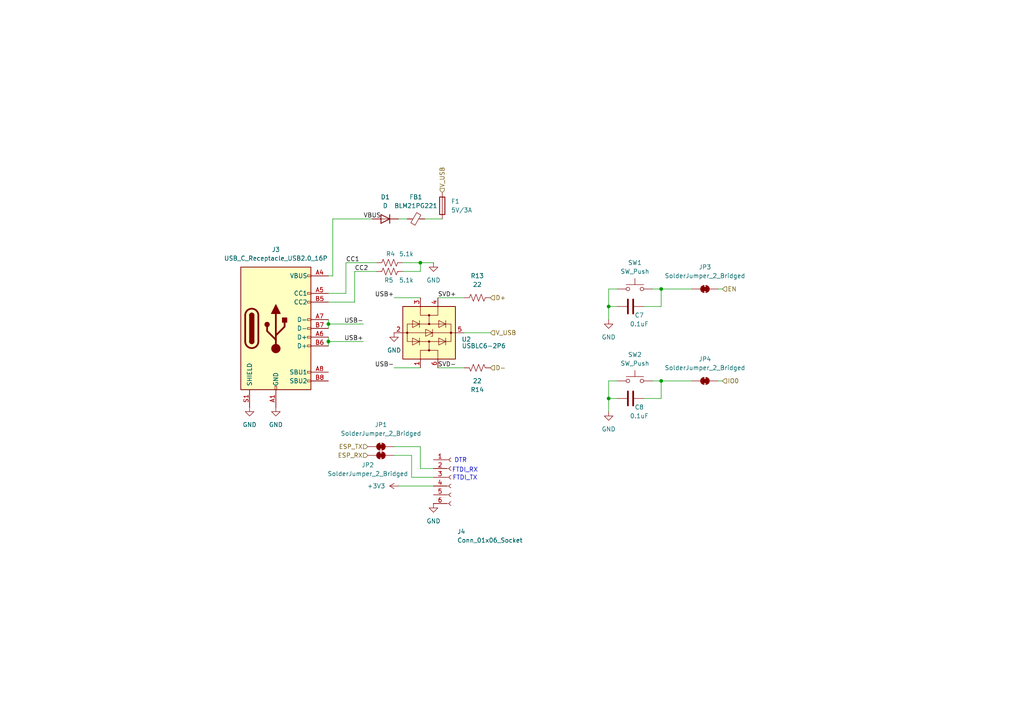
<source format=kicad_sch>
(kicad_sch (version 20250114) (generator "eeschema") (generator_version "9.0")
  (paper "A4")
  (lib_symbols
    (symbol "Connector:Conn_01x06_Socket" (pin_names (offset 1.016) (hide yes))
      (property "Reference" "J" (at 0 7.62 0))
      (property "Value" "Conn_01x06_Socket" (at 0 -10.16 0))
      (symbol "Conn_01x06_Socket_1_1"
        (polyline (pts (xy -1.27 5.08) (xy -0.508 5.08)) (stroke (width 0.1524)))
        (polyline (pts (xy -1.27 2.54) (xy -0.508 2.54)) (stroke (width 0.1524)))
        (polyline (pts (xy -1.27 0) (xy -0.508 0)) (stroke (width 0.1524)))
        (polyline (pts (xy -1.27 -2.54) (xy -0.508 -2.54)) (stroke (width 0.1524)))
        (polyline (pts (xy -1.27 -5.08) (xy -0.508 -5.08)) (stroke (width 0.1524)))
        (polyline (pts (xy -1.27 -7.62) (xy -0.508 -7.62)) (stroke (width 0.1524)))
        (arc (start 0 4.572) (mid -0.5058 5.08) (end 0 5.588) (stroke (width 0.1524)))
        (arc (start 0 2.032) (mid -0.5058 2.54) (end 0 3.048) (stroke (width 0.1524)))
        (arc (start 0 -0.508) (mid -0.5058 0) (end 0 0.508) (stroke (width 0.1524)))
        (arc (start 0 -3.048) (mid -0.5058 -2.54) (end 0 -2.032) (stroke (width 0.1524)))
        (arc (start 0 -5.588) (mid -0.5058 -5.08) (end 0 -4.572) (stroke (width 0.1524)))
        (arc (start 0 -8.128) (mid -0.5058 -7.62) (end 0 -7.112) (stroke (width 0.1524)))
        (pin passive line (at -5.08 5.08 0) (length 3.81) (name "Pin_1") (number "1"))
        (pin passive line (at -5.08 2.54 0) (length 3.81) (name "Pin_2") (number "2"))
        (pin passive line (at -5.08 0 0) (length 3.81) (name "Pin_3") (number "3"))
        (pin passive line (at -5.08 -2.54 0) (length 3.81) (name "Pin_4") (number "4"))
        (pin passive line (at -5.08 -5.08 0) (length 3.81) (name "Pin_5") (number "5"))
        (pin passive line (at -5.08 -7.62 0) (length 3.81) (name "Pin_6") (number "6"))
      )
    )
    (symbol "Connector:USB_C_Receptacle_USB2.0_16P" (pin_names (offset 1.016))
      (property "Reference" "J" (at 0 22.225 0))
      (property "Value" "USB_C_Receptacle_USB2.0_16P" (at 0 19.685 0))
      (symbol "USB_C_Receptacle_USB2.0_16P_0_0"
        (rectangle (start -0.254 -17.78) (end 0.254 -16.764))
        (rectangle (start 10.16 15.494) (end 9.144 14.986))
        (rectangle (start 10.16 10.414) (end 9.144 9.906))
        (rectangle (start 10.16 7.874) (end 9.144 7.366))
        (rectangle (start 10.16 2.794) (end 9.144 2.286))
        (rectangle (start 10.16 0.254) (end 9.144 -0.254))
        (rectangle (start 10.16 -2.286) (end 9.144 -2.794))
        (rectangle (start 10.16 -4.826) (end 9.144 -5.334))
        (rectangle (start 10.16 -12.446) (end 9.144 -12.954))
        (rectangle (start 10.16 -14.986) (end 9.144 -15.494))
      )
      (symbol "USB_C_Receptacle_USB2.0_16P_0_1"
        (rectangle (start -10.16 17.78) (end 10.16 -17.78) (stroke (width 0.254)) (fill (type background)))
        (polyline (pts (xy -8.89 -3.81) (xy -8.89 3.81)) (stroke (width 0.508)))
        (rectangle (start -7.62 -3.81) (end -6.35 3.81) (stroke (width 0.254)) (fill (type outline)))
        (arc (start -7.62 3.81) (mid -6.985 4.4423) (end -6.35 3.81) (stroke (width 0.254)))
        (arc (start -7.62 3.81) (mid -6.985 4.4423) (end -6.35 3.81) (stroke (width 0.254)) (fill (type outline)))
        (arc (start -8.89 3.81) (mid -6.985 5.7067) (end -5.08 3.81) (stroke (width 0.508)))
        (arc (start -5.08 -3.81) (mid -6.985 -5.7067) (end -8.89 -3.81) (stroke (width 0.508)))
        (arc (start -6.35 -3.81) (mid -6.985 -4.4423) (end -7.62 -3.81) (stroke (width 0.254)))
        (arc (start -6.35 -3.81) (mid -6.985 -4.4423) (end -7.62 -3.81) (stroke (width 0.254)) (fill (type outline)))
        (polyline (pts (xy -5.08 3.81) (xy -5.08 -3.81)) (stroke (width 0.508)))
        (circle (center -2.54 1.143) (radius 0.635) (stroke (width 0.254)) (fill (type outline)))
        (polyline (pts (xy -1.27 4.318) (xy 0 6.858) (xy 1.27 4.318) (xy -1.27 4.318)) (stroke (width 0.254)) (fill (type outline)))
        (polyline (pts (xy 0 -2.032) (xy 2.54 0.508) (xy 2.54 1.778)) (stroke (width 0.508)))
        (polyline (pts (xy 0 -3.302) (xy -2.54 -0.762) (xy -2.54 0.508)) (stroke (width 0.508)))
        (polyline (pts (xy 0 -5.842) (xy 0 4.318)) (stroke (width 0.508)))
        (circle (center 0 -5.842) (radius 1.27) (fill (type outline)))
        (rectangle (start 1.905 1.778) (end 3.175 3.048) (stroke (width 0.254)) (fill (type outline)))
      )
      (symbol "USB_C_Receptacle_USB2.0_16P_1_1"
        (pin passive line (at -7.62 -22.86 90) (length 5.08) (name "SHIELD") (number "S1"))
        (pin passive line (at 0 -22.86 90) (length 5.08) (name "GND") (number "A1"))
        (pin passive line (at 0 -22.86 90) (length 5.08) (hide yes) (name "GND") (number "A12"))
        (pin passive line (at 0 -22.86 90) (length 5.08) (hide yes) (name "GND") (number "B1"))
        (pin passive line (at 0 -22.86 90) (length 5.08) (hide yes) (name "GND") (number "B12"))
        (pin passive line (at 15.24 15.24 180) (length 5.08) (name "VBUS") (number "A4"))
        (pin passive line (at 15.24 15.24 180) (length 5.08) (hide yes) (name "VBUS") (number "A9"))
        (pin passive line (at 15.24 15.24 180) (length 5.08) (hide yes) (name "VBUS") (number "B4"))
        (pin passive line (at 15.24 15.24 180) (length 5.08) (hide yes) (name "VBUS") (number "B9"))
        (pin bidirectional line (at 15.24 10.16 180) (length 5.08) (name "CC1") (number "A5"))
        (pin bidirectional line (at 15.24 7.62 180) (length 5.08) (name "CC2") (number "B5"))
        (pin bidirectional line (at 15.24 2.54 180) (length 5.08) (name "D-") (number "A7"))
        (pin bidirectional line (at 15.24 0 180) (length 5.08) (name "D-") (number "B7"))
        (pin bidirectional line (at 15.24 -2.54 180) (length 5.08) (name "D+") (number "A6"))
        (pin bidirectional line (at 15.24 -5.08 180) (length 5.08) (name "D+") (number "B6"))
        (pin bidirectional line (at 15.24 -12.7 180) (length 5.08) (name "SBU1") (number "A8"))
        (pin bidirectional line (at 15.24 -15.24 180) (length 5.08) (name "SBU2") (number "B8"))
      )
    )
    (symbol "Device:C" (pin_numbers (hide yes)) (pin_names (offset 0.254))
      (property "Reference" "C" (at 0.635 2.54 0))
      (property "Value" "C" (at 0.635 -2.54 0))
      (symbol "C_0_1"
        (polyline (pts (xy -2.032 0.762) (xy 2.032 0.762)) (stroke (width 0.508)))
        (polyline (pts (xy -2.032 -0.762) (xy 2.032 -0.762)) (stroke (width 0.508)))
      )
      (symbol "C_1_1"
        (pin passive line (at 0 3.81 270) (length 2.794) (name "~") (number "1"))
        (pin passive line (at 0 -3.81 90) (length 2.794) (name "~") (number "2"))
      )
    )
    (symbol "Device:D" (pin_numbers (hide yes)) (pin_names (offset 1.016) (hide yes))
      (property "Reference" "D" (at 0 2.54 0))
      (property "Value" "D" (at 0 -2.54 0))
      (symbol "D_0_1"
        (polyline (pts (xy -1.27 1.27) (xy -1.27 -1.27)) (stroke (width 0.254)))
        (polyline (pts (xy 1.27 1.27) (xy 1.27 -1.27) (xy -1.27 0) (xy 1.27 1.27)) (stroke (width 0.254)))
        (polyline (pts (xy 1.27 0) (xy -1.27 0)))
      )
      (symbol "D_1_1"
        (pin passive line (at -3.81 0 0) (length 2.54) (name "K") (number "1"))
        (pin passive line (at 3.81 0 180) (length 2.54) (name "A") (number "2"))
      )
    )
    (symbol "Device:FerriteBead_Small" (pin_numbers (hide yes)) (pin_names (offset 0))
      (property "Reference" "FB" (at 1.905 1.27 0))
      (property "Value" "FerriteBead_Small" (at 1.905 -1.27 0))
      (symbol "FerriteBead_Small_0_1"
        (polyline (pts (xy -1.8288 0.2794) (xy -1.1176 1.4986) (xy 1.8288 -0.2032) (xy 1.1176 -1.4224) (xy -1.8288 0.2794)))
        (polyline (pts (xy 0 0.889) (xy 0 1.2954)))
        (polyline (pts (xy 0 -1.27) (xy 0 -0.7874)))
      )
      (symbol "FerriteBead_Small_1_1"
        (pin passive line (at 0 2.54 270) (length 1.27) (name "~") (number "1"))
        (pin passive line (at 0 -2.54 90) (length 1.27) (name "~") (number "2"))
      )
    )
    (symbol "Device:Fuse" (pin_numbers (hide yes)) (pin_names (offset 0))
      (property "Reference" "F" (at 2.032 0 90))
      (property "Value" "Fuse" (at -1.905 0 90))
      (symbol "Fuse_0_1"
        (rectangle (start -0.762 -2.54) (end 0.762 2.54) (stroke (width 0.254)))
        (polyline (pts (xy 0 2.54) (xy 0 -2.54)))
      )
      (symbol "Fuse_1_1"
        (pin passive line (at 0 3.81 270) (length 1.27) (name "~") (number "1"))
        (pin passive line (at 0 -3.81 90) (length 1.27) (name "~") (number "2"))
      )
    )
    (symbol "Device:R_US" (pin_numbers (hide yes)) (pin_names (offset 0))
      (property "Reference" "R" (at 2.54 0 90))
      (property "Value" "R_US" (at -2.54 0 90))
      (symbol "R_US_0_1"
        (polyline (pts (xy 0 2.286) (xy 0 2.54)))
        (polyline (pts (xy 0 2.286) (xy 1.016 1.905) (xy 0 1.524) (xy -1.016 1.143) (xy 0 0.762)))
        (polyline (pts (xy 0 0.762) (xy 1.016 0.381) (xy 0 0) (xy -1.016 -0.381) (xy 0 -0.762)))
        (polyline (pts (xy 0 -0.762) (xy 1.016 -1.143) (xy 0 -1.524) (xy -1.016 -1.905) (xy 0 -2.286)))
        (polyline (pts (xy 0 -2.286) (xy 0 -2.54)))
      )
      (symbol "R_US_1_1"
        (pin passive line (at 0 3.81 270) (length 1.27) (name "~") (number "1"))
        (pin passive line (at 0 -3.81 90) (length 1.27) (name "~") (number "2"))
      )
    )
    (symbol "Jumper:SolderJumper_2_Bridged" (pin_numbers (hide yes)) (pin_names (offset 0) (hide yes)) (exclude_from_sim yes) (in_bom no)
      (property "Reference" "JP" (at 0 2.032 0))
      (property "Value" "SolderJumper_2_Bridged" (at 0 -2.54 0))
      (symbol "SolderJumper_2_Bridged_0_1"
        (rectangle (start -0.508 0.508) (end 0.508 -0.508) (fill (type outline)))
        (polyline (pts (xy -0.254 1.016) (xy -0.254 -1.016)))
        (arc (start -0.254 -1.016) (mid -1.2656 0) (end -0.254 1.016))
        (arc (start -0.254 -1.016) (mid -1.2656 0) (end -0.254 1.016) (fill (type outline)))
        (arc (start 0.254 1.016) (mid 1.2656 0) (end 0.254 -1.016))
        (arc (start 0.254 1.016) (mid 1.2656 0) (end 0.254 -1.016) (fill (type outline)))
        (polyline (pts (xy 0.254 1.016) (xy 0.254 -1.016)))
      )
      (symbol "SolderJumper_2_Bridged_1_1"
        (pin passive line (at -3.81 0 0) (length 2.54) (name "A") (number "1"))
        (pin passive line (at 3.81 0 180) (length 2.54) (name "B") (number "2"))
      )
    )
    (symbol "Power_Protection:USBLC6-2P6" (pin_names (hide yes))
      (property "Reference" "U" (at 2.54 8.89 0))
      (property "Value" "USBLC6-2P6" (at 2.54 -8.89 0))
      (symbol "USBLC6-2P6_0_1"
        (rectangle (start -7.62 -7.62) (end 7.62 7.62) (stroke (width 0.254)) (fill (type background)))
        (polyline (pts (xy -5.08 2.54) (xy -7.62 2.54)))
        (circle (center -5.08 0) (radius 0.254) (fill (type outline)))
        (polyline (pts (xy -5.08 0) (xy -5.08 -2.54)))
        (polyline (pts (xy -5.08 -2.54) (xy -7.62 -2.54)))
        (polyline (pts (xy -3.556 2.794) (xy -1.524 2.794) (xy -2.54 4.826) (xy -3.556 2.794)))
        (polyline (pts (xy -3.556 -4.826) (xy -1.524 -4.826) (xy -2.54 -2.794) (xy -3.556 -4.826)))
        (rectangle (start -2.54 6.35) (end 2.54 -6.35))
        (circle (center -2.54 0) (radius 0.254) (fill (type outline)))
        (polyline (pts (xy -2.54 0) (xy -5.08 0) (xy -5.08 2.54)))
        (polyline (pts (xy -1.524 4.826) (xy -3.556 4.826)))
        (polyline (pts (xy -1.524 -2.794) (xy -3.556 -2.794)))
        (polyline (pts (xy -1.016 -1.016) (xy 1.016 -1.016) (xy 0 1.016) (xy -1.016 -1.016)))
        (circle (center 0 6.35) (radius 0.254) (fill (type outline)))
        (polyline (pts (xy 0 6.35) (xy 0 7.62)))
        (polyline (pts (xy 0 1.27) (xy 0 6.35)))
        (polyline (pts (xy 0 -6.35) (xy 0 1.27)))
        (circle (center 0 -6.35) (radius 0.254) (fill (type outline)))
        (polyline (pts (xy 0 -7.62) (xy 0 -6.35)))
        (polyline (pts (xy 1.016 1.016) (xy 0.762 1.016) (xy -1.016 1.016) (xy -1.016 0.508)))
        (polyline (pts (xy 1.524 4.826) (xy 3.556 4.826)))
        (polyline (pts (xy 1.524 -2.794) (xy 3.556 -2.794)))
        (polyline (pts (xy 2.54 0) (xy 5.08 0) (xy 5.08 2.54)))
        (circle (center 2.54 0) (radius 0.254) (fill (type outline)))
        (polyline (pts (xy 3.556 2.794) (xy 1.524 2.794) (xy 2.54 4.826) (xy 3.556 2.794)))
        (polyline (pts (xy 3.556 -4.826) (xy 1.524 -4.826) (xy 2.54 -2.794) (xy 3.556 -4.826)))
        (polyline (pts (xy 5.08 2.54) (xy 7.62 2.54)))
        (polyline (pts (xy 5.08 0) (xy 5.08 -2.54)))
        (circle (center 5.08 0) (radius 0.254) (fill (type outline)))
        (polyline (pts (xy 5.08 -2.54) (xy 7.62 -2.54)))
      )
      (symbol "USBLC6-2P6_1_1"
        (pin passive line (at -10.16 2.54 0) (length 2.54) (name "I/O1") (number "6"))
        (pin passive line (at -10.16 -2.54 0) (length 2.54) (name "I/O1") (number "1"))
        (pin passive line (at 0 10.16 270) (length 2.54) (name "VBUS") (number "5"))
        (pin passive line (at 0 -10.16 90) (length 2.54) (name "GND") (number "2"))
        (pin passive line (at 10.16 2.54 180) (length 2.54) (name "I/O2") (number "4"))
        (pin passive line (at 10.16 -2.54 180) (length 2.54) (name "I/O2") (number "3"))
      )
    )
    (symbol "Switch:SW_Push" (pin_numbers (hide yes)) (pin_names (offset 1.016) (hide yes))
      (property "Reference" "SW" (at 1.27 2.54 0))
      (property "Value" "SW_Push" (at 0 -1.524 0))
      (symbol "SW_Push_0_1"
        (circle (center -2.032 0) (radius 0.508))
        (polyline (pts (xy 0 1.27) (xy 0 3.048)))
        (circle (center 2.032 0) (radius 0.508))
        (polyline (pts (xy 2.54 1.27) (xy -2.54 1.27)))
        (pin passive line (at -5.08 0 0) (length 2.54) (name "1") (number "1"))
        (pin passive line (at 5.08 0 180) (length 2.54) (name "2") (number "2"))
      )
    )
    (symbol "power:+3V3" (power) (pin_numbers (hide yes)) (pin_names (offset 0) (hide yes))
      (property "Value" "+3V3" (at 0 3.556 0))
      (symbol "+3V3_0_1"
        (polyline (pts (xy -0.762 1.27) (xy 0 2.54)))
        (polyline (pts (xy 0 2.54) (xy 0.762 1.27)))
        (polyline (pts (xy 0 0) (xy 0 2.54)))
      )
      (symbol "+3V3_1_1"
        (pin power_in line (at 0 0 90) (length 0) (name "~") (number "1"))
      )
    )
    (symbol "power:GND" (power) (pin_numbers (hide yes)) (pin_names (offset 0) (hide yes))
      (property "Value" "GND" (at 0 -3.81 0))
      (symbol "GND_0_1"
        (polyline (pts (xy 0 0) (xy 0 -1.27) (xy 1.27 -1.27) (xy 0 -2.54) (xy -1.27 -1.27) (xy 0 -1.27)))
      )
      (symbol "GND_1_1"
        (pin power_in line (at 0 0 270) (length 0) (name "~") (number "1"))
      )
    )
  )
  (text "DTR" (at 133.604 133.604 0) (effects (font (size 1.27 1.27))))
  (text "FTDI_RX" (at 134.874 136.398 0) (effects (font (size 1.27 1.27))))
  (text "FTDI_TX" (at 134.874 138.684 0) (effects (font (size 1.27 1.27))))
  (junction (at 95.25 93.98))
  (junction (at 95.25 99.06))
  (junction (at 176.53 115.57))
  (junction (at 176.53 88.9))
  (junction (at 121.92 76.2))
  (junction (at 191.77 110.49))
  (junction (at 191.77 83.82))
  (wire (pts (xy 208.28 83.82) (xy 209.55 83.82)))
  (wire (pts (xy 176.53 88.9) (xy 176.53 92.71)))
  (wire (pts (xy 96.52 80.01) (xy 96.52 63.5)))
  (wire (pts (xy 176.53 110.49) (xy 179.07 110.49)))
  (wire (pts (xy 121.92 76.2) (xy 121.92 78.74)))
  (wire (pts (xy 189.23 110.49) (xy 191.77 110.49)))
  (wire (pts (xy 95.25 92.71) (xy 95.25 93.98)))
  (wire (pts (xy 119.38 132.08) (xy 119.38 138.43)))
  (wire (pts (xy 186.69 115.57) (xy 191.77 115.57)))
  (wire (pts (xy 176.53 83.82) (xy 179.07 83.82)))
  (wire (pts (xy 186.69 88.9) (xy 191.77 88.9)))
  (wire (pts (xy 176.53 110.49) (xy 176.53 115.57)))
  (wire (pts (xy 121.92 76.2) (xy 125.73 76.2)))
  (wire (pts (xy 134.62 96.52) (xy 142.24 96.52)))
  (wire (pts (xy 109.22 78.74) (xy 102.87 78.74)))
  (wire (pts (xy 118.11 63.5) (xy 115.57 63.5)))
  (wire (pts (xy 125.73 135.89) (xy 121.92 135.89)))
  (wire (pts (xy 176.53 88.9) (xy 179.07 88.9)))
  (wire (pts (xy 95.25 85.09) (xy 100.33 85.09)))
  (wire (pts (xy 191.77 83.82) (xy 200.66 83.82)))
  (wire (pts (xy 95.25 99.06) (xy 95.25 100.33)))
  (wire (pts (xy 127 106.68) (xy 134.62 106.68)))
  (wire (pts (xy 128.27 63.5) (xy 123.19 63.5)))
  (wire (pts (xy 119.38 138.43) (xy 125.73 138.43)))
  (wire (pts (xy 208.28 110.49) (xy 209.55 110.49)))
  (wire (pts (xy 176.53 115.57) (xy 176.53 119.38)))
  (wire (pts (xy 189.23 83.82) (xy 191.77 83.82)))
  (wire (pts (xy 176.53 83.82) (xy 176.53 88.9)))
  (wire (pts (xy 116.84 76.2) (xy 121.92 76.2)))
  (wire (pts (xy 114.3 106.68) (xy 121.92 106.68)))
  (wire (pts (xy 114.3 86.36) (xy 121.92 86.36)))
  (wire (pts (xy 191.77 83.82) (xy 191.77 88.9)))
  (wire (pts (xy 95.25 93.98) (xy 95.25 95.25)))
  (wire (pts (xy 125.73 140.97) (xy 115.57 140.97)))
  (wire (pts (xy 102.87 78.74) (xy 102.87 87.63)))
  (wire (pts (xy 127 86.36) (xy 134.62 86.36)))
  (wire (pts (xy 95.25 93.98) (xy 105.41 93.98)))
  (wire (pts (xy 100.33 85.09) (xy 100.33 76.2)))
  (wire (pts (xy 121.92 135.89) (xy 121.92 129.54)))
  (wire (pts (xy 191.77 110.49) (xy 200.66 110.49)))
  (wire (pts (xy 114.3 132.08) (xy 119.38 132.08)))
  (wire (pts (xy 116.84 78.74) (xy 121.92 78.74)))
  (wire (pts (xy 95.25 97.79) (xy 95.25 99.06)))
  (wire (pts (xy 191.77 110.49) (xy 191.77 115.57)))
  (wire (pts (xy 95.25 80.01) (xy 96.52 80.01)))
  (wire (pts (xy 176.53 115.57) (xy 179.07 115.57)))
  (wire (pts (xy 95.25 99.06) (xy 105.41 99.06)))
  (wire (pts (xy 100.33 76.2) (xy 109.22 76.2)))
  (wire (pts (xy 114.3 129.54) (xy 121.92 129.54)))
  (wire (pts (xy 102.87 87.63) (xy 95.25 87.63)))
  (wire (pts (xy 96.52 63.5) (xy 107.95 63.5)))
  (label "SVD+" (at 127 86.36 0))
  (label "CC1" (at 100.33 76.2 0))
  (label "VBUS" (at 105.41 63.5 0))
  (label "USB-" (at 114.3 106.68 180))
  (label "USB+" (at 105.41 99.06 180))
  (label "USB-" (at 105.41 93.98 180))
  (label "SVD-" (at 127 106.68 0))
  (label "USB+" (at 114.3 86.36 180))
  (label "CC2" (at 102.87 78.74 0))
  (hierarchical_label "IO0" (shape input) (at 209.55 110.49 0))
  (hierarchical_label "ESP_TX" (shape input) (at 106.68 129.54 180))
  (hierarchical_label "D+" (shape input) (at 142.24 86.36 0))
  (hierarchical_label "V_USB" (shape input) (at 128.27 55.88 90))
  (hierarchical_label "V_USB" (shape input) (at 142.24 96.52 0))
  (hierarchical_label "ESP_RX" (shape input) (at 106.68 132.08 180))
  (hierarchical_label "D-" (shape input) (at 142.24 106.68 0))
  (hierarchical_label "EN" (shape input) (at 209.55 83.82 0))
  (symbol (lib_id "Device:C") (at 182.88 115.57 90) (unit 1)
    (property "Reference" "C8" (at 185.42 118.11 90))
    (property "Value" "0.1uF" (at 185.42 120.65 90))
    (property "Footprint" "Capacitor_SMD:C_0603_1608Metric" (effects (hide yes)))
    (property "Description" "Unpolarized capacitor" (effects (hide yes)))
  )
  (symbol (lib_id "power:+3V3") (at 115.57 140.97 90) (unit 1)
    (property "Reference" "#PWR017" (effects (hide yes)))
    (property "Value" "+3V3" (at 111.76 140.9699 90) (effects (justify left)))
    (property "Description" "Power symbol creates a global label with name \"+3V3\"" (effects (hide yes)))
  )
  (symbol (lib_id "Device:R_US") (at 113.03 76.2 90) (unit 1)
    (property "Reference" "R4" (at 113.284 73.66 90))
    (property "Value" "5.1k" (at 117.856 73.66 90))
    (property "Footprint" "Resistor_SMD:R_0603_1608Metric" (effects (hide yes)))
    (property "Description" "Resistor, US symbol" (effects (hide yes)))
  )
  (symbol (lib_id "Device:C") (at 182.88 88.9 90) (unit 1)
    (property "Reference" "C7" (at 185.42 91.44 90))
    (property "Value" "0.1uF" (at 185.42 93.98 90))
    (property "Footprint" "Capacitor_SMD:C_0603_1608Metric" (effects (hide yes)))
    (property "Description" "Unpolarized capacitor" (effects (hide yes)))
  )
  (symbol (lib_id "Device:R_US") (at 113.03 78.74 90) (unit 1)
    (property "Reference" "R5" (at 112.776 81.28 90))
    (property "Value" "5.1k" (at 117.856 81.28 90))
    (property "Footprint" "Resistor_SMD:R_0603_1608Metric" (effects (hide yes)))
    (property "Description" "Resistor, US symbol" (effects (hide yes)))
  )
  (symbol (lib_id "power:GND") (at 72.39 118.11 0) (unit 1)
    (property "Reference" "#PWR014" (effects (hide yes)))
    (property "Value" "GND" (at 72.39 123.19 0))
    (property "Description" "Power symbol creates a global label with name \"GND\" , ground" (effects (hide yes)))
  )
  (symbol (lib_id "Jumper:SolderJumper_2_Bridged") (at 204.47 110.49 0) (unit 1) (exclude_from_sim yes) (in_bom no)
    (property "Reference" "JP4" (at 204.47 104.14 0))
    (property "Value" "SolderJumper_2_Bridged" (at 204.47 106.68 0))
    (property "Footprint" "Jumper:SolderJumper-2_P1.3mm_Bridged_Pad1.0x1.5mm" (effects (hide yes)))
    (property "Description" "Solder Jumper, 2-pole, closed/bridged" (effects (hide yes)))
  )
  (symbol (lib_id "Device:R_US") (at 138.43 106.68 90) (mirror x) (unit 1)
    (property "Reference" "R14" (at 138.43 113.03 90))
    (property "Value" "22" (at 138.43 110.49 90))
    (property "Footprint" "Resistor_SMD:R_0603_1608Metric" (effects (hide yes)))
    (property "Description" "Resistor, US symbol" (effects (hide yes)))
  )
  (symbol (lib_id "Jumper:SolderJumper_2_Bridged") (at 110.49 132.08 180) (unit 1) (exclude_from_sim yes) (in_bom no)
    (property "Reference" "JP2" (at 106.68 134.874 0))
    (property "Value" "SolderJumper_2_Bridged" (at 106.68 137.414 0))
    (property "Footprint" "Jumper:SolderJumper-2_P1.3mm_Bridged_Pad1.0x1.5mm" (effects (hide yes)))
    (property "Description" "Solder Jumper, 2-pole, closed/bridged" (effects (hide yes)))
  )
  (symbol (lib_id "Switch:SW_Push") (at 184.15 110.49 0) (unit 1)
    (property "Reference" "SW2" (at 184.15 102.87 0))
    (property "Value" "SW_Push" (at 184.15 105.41 0))
    (property "Footprint" "Button_Switch_SMD:SW_SPST_EVPBF" (effects (hide yes)))
    (property "Description" "Push button switch, generic, two pins" (effects (hide yes)))
  )
  (symbol (lib_id "Connector:Conn_01x06_Socket") (at 130.81 138.43 0) (unit 1)
    (property "Reference" "J4" (at 132.588 154.178 0) (effects (justify left)))
    (property "Value" "Conn_01x06_Socket" (at 132.588 156.718 0) (effects (justify left)))
    (property "Footprint" "Connector_PinHeader_2.54mm:PinHeader_1x06_P2.54mm_Vertical" (effects (hide yes)))
    (property "Description" "Generic connector, single row, 01x06, script generated" (effects (hide yes)))
  )
  (symbol (lib_id "power:GND") (at 176.53 119.38 0) (mirror y) (unit 1)
    (property "Reference" "#PWR021" (effects (hide yes)))
    (property "Value" "GND" (at 176.53 124.46 0))
    (property "Description" "Power symbol creates a global label with name \"GND\" , ground" (effects (hide yes)))
  )
  (symbol (lib_id "power:GND") (at 125.73 146.05 0) (unit 1)
    (property "Reference" "#PWR019" (effects (hide yes)))
    (property "Value" "GND" (at 125.73 151.13 0))
    (property "Description" "Power symbol creates a global label with name \"GND\" , ground" (effects (hide yes)))
  )
  (symbol (lib_id "Jumper:SolderJumper_2_Bridged") (at 204.47 83.82 0) (unit 1) (exclude_from_sim yes) (in_bom no)
    (property "Reference" "JP3" (at 204.47 77.47 0))
    (property "Value" "SolderJumper_2_Bridged" (at 204.47 80.01 0))
    (property "Footprint" "Jumper:SolderJumper-2_P1.3mm_Bridged_Pad1.0x1.5mm" (effects (hide yes)))
    (property "Description" "Solder Jumper, 2-pole, closed/bridged" (effects (hide yes)))
  )
  (symbol (lib_id "Connector:USB_C_Receptacle_USB2.0_16P") (at 80.01 95.25 0) (unit 1)
    (property "Reference" "J3" (at 80.01 72.39 0))
    (property "Value" "USB_C_Receptacle_USB2.0_16P" (at 80.01 74.93 0))
    (property "Footprint" "Connector_USB:USB_C_Receptacle_HRO_TYPE-C-31-M-12" (effects (hide yes)))
    (property "Datasheet" "https://www.usb.org/sites/default/files/documents/usb_type-c.zip" (effects (hide yes)))
    (property "Description" "USB 2.0-only 16P Type-C Receptacle connector" (effects (hide yes)))
  )
  (symbol (lib_id "Device:Fuse") (at 128.27 59.69 0) (unit 1)
    (property "Reference" "F1" (at 130.81 58.4199 0) (effects (justify left)))
    (property "Value" "5V/3A" (at 130.81 60.9599 0) (effects (justify left)))
    (property "Footprint" "Fuse:Fuse_0603_1608Metric" (effects (hide yes)))
    (property "Description" "Fuse" (effects (hide yes)))
  )
  (symbol (lib_id "Power_Protection:USBLC6-2P6") (at 124.46 96.52 270) (mirror x) (unit 1)
    (property "Reference" "U2" (at 135.255 98.425 90))
    (property "Value" "USBLC6-2P6" (at 140.335 100.33 90))
    (property "Footprint" "Package_TO_SOT_SMD:SOT-666" (effects (hide yes)))
    (property "Datasheet" "https://www.st.com/resource/en/datasheet/usblc6-2.pdf" (effects (hide yes)))
  )
  (symbol (lib_id "power:GND") (at 176.53 92.71 0) (mirror y) (unit 1)
    (property "Reference" "#PWR020" (effects (hide yes)))
    (property "Value" "GND" (at 176.53 97.79 0))
    (property "Description" "Power symbol creates a global label with name \"GND\" , ground" (effects (hide yes)))
  )
  (symbol (lib_id "Jumper:SolderJumper_2_Bridged") (at 110.49 129.54 0) (unit 1) (exclude_from_sim yes) (in_bom no)
    (property "Reference" "JP1" (at 110.49 123.19 0))
    (property "Value" "SolderJumper_2_Bridged" (at 110.49 125.73 0))
    (property "Footprint" "Jumper:SolderJumper-2_P1.3mm_Bridged_Pad1.0x1.5mm" (effects (hide yes)))
    (property "Description" "Solder Jumper, 2-pole, closed/bridged" (effects (hide yes)))
  )
  (symbol (lib_id "power:GND") (at 114.3 96.52 0) (unit 1)
    (property "Reference" "#PWR016" (effects (hide yes)))
    (property "Value" "GND" (at 114.3 101.6 0))
    (property "Description" "Power symbol creates a global label with name \"GND\" , ground" (effects (hide yes)))
  )
  (symbol (lib_id "Switch:SW_Push") (at 184.15 83.82 0) (unit 1)
    (property "Reference" "SW1" (at 184.15 76.2 0))
    (property "Value" "SW_Push" (at 184.15 78.74 0))
    (property "Footprint" "Button_Switch_SMD:SW_SPST_EVPBF" (effects (hide yes)))
    (property "Description" "Push button switch, generic, two pins" (effects (hide yes)))
  )
  (symbol (lib_id "Device:FerriteBead_Small") (at 120.65 63.5 90) (unit 1)
    (property "Reference" "FB1" (at 120.6119 57.15 90))
    (property "Value" "BLM21PG221" (at 120.6119 59.69 90))
    (property "Footprint" "Inductor_SMD:L_0603_1608Metric_Pad1.05x0.95mm_HandSolder" (effects (hide yes)))
  )
  (symbol (lib_id "power:GND") (at 80.01 118.11 0) (unit 1)
    (property "Reference" "#PWR015" (effects (hide yes)))
    (property "Value" "GND" (at 80.01 123.19 0))
    (property "Description" "Power symbol creates a global label with name \"GND\" , ground" (effects (hide yes)))
  )
  (symbol (lib_id "Device:R_US") (at 138.43 86.36 90) (unit 1)
    (property "Reference" "R13" (at 138.43 80.01 90))
    (property "Value" "22" (at 138.43 82.55 90))
    (property "Footprint" "Resistor_SMD:R_0603_1608Metric" (effects (hide yes)))
    (property "Description" "Resistor, US symbol" (effects (hide yes)))
  )
  (symbol (lib_id "Device:D") (at 111.76 63.5 180) (unit 1)
    (property "Reference" "D1" (at 111.76 57.15 0))
    (property "Value" "D" (at 111.76 59.69 0))
    (property "Footprint" "Diode_SMD:D_0603_1608Metric" (effects (hide yes)))
    (property "Description" "Diode" (effects (hide yes)))
    (property "Sim.Device" "D" (effects (hide yes)))
    (property "Sim.Pins" "1=K 2=A" (effects (hide yes)))
  )
  (symbol (lib_id "power:GND") (at 125.73 76.2 0) (unit 1)
    (property "Reference" "#PWR018" (effects (hide yes)))
    (property "Value" "GND" (at 125.73 81.28 0))
    (property "Description" "Power symbol creates a global label with name \"GND\" , ground" (effects (hide yes)))
  )
)
</source>
